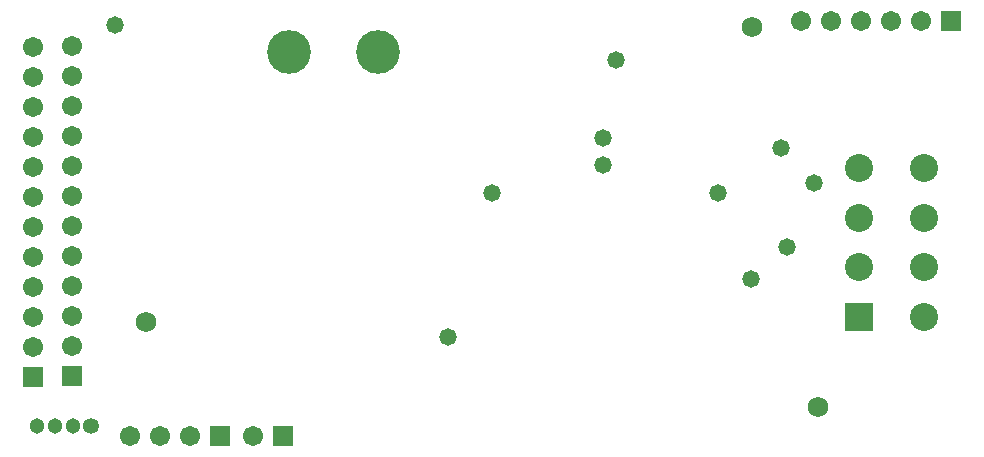
<source format=gbs>
%FSTAX23Y23*%
%MOIN*%
%SFA1B1*%

%IPPOS*%
%ADD32R,0.067060X0.067060*%
%ADD40C,0.068000*%
%ADD41R,0.067060X0.067060*%
%ADD42C,0.067060*%
%ADD43C,0.145800*%
%ADD44C,0.051310*%
%ADD45C,0.053280*%
%ADD46R,0.093630X0.093630*%
%ADD47C,0.093630*%
%ADD48C,0.058000*%
%LN3phasedriver-1*%
%LPD*%
G54D32*
X0357Y02565D03*
X06005Y0395D03*
X0378Y02565D03*
G54D40*
X03322Y02944D03*
X05562Y02661D03*
X05343Y03929D03*
G54D41*
X02948Y02763D03*
X03075Y02765D03*
G54D42*
X02948Y02863D03*
Y02963D03*
Y03063D03*
Y03163D03*
Y03263D03*
Y03363D03*
Y03463D03*
Y03563D03*
Y03663D03*
Y03763D03*
Y03863D03*
X0347Y02565D03*
X0337D03*
X0327D03*
X05505Y0395D03*
X05605D03*
X05705D03*
X05805D03*
X05905D03*
X0368Y02565D03*
X03075Y03865D03*
Y03765D03*
Y03665D03*
Y03565D03*
Y03465D03*
Y03365D03*
Y03265D03*
Y03165D03*
Y03065D03*
Y02965D03*
Y02865D03*
G54D43*
X04095Y03845D03*
X038D03*
G54D44*
X0296Y026D03*
X0302D03*
X0308D03*
G54D45*
X03139Y026D03*
G54D46*
X05701Y02961D03*
G54D47*
X05701Y03127D03*
Y03292D03*
Y03458D03*
X05918Y02961D03*
Y03127D03*
Y03292D03*
Y03458D03*
G54D48*
X0322Y03935D03*
X04845Y03468D03*
Y0356D03*
X0534Y0309D03*
X0433Y02895D03*
X0555Y03408D03*
X0544Y03526D03*
X0546Y03195D03*
X0489Y0382D03*
X0523Y03375D03*
X04475D03*
M02*
</source>
